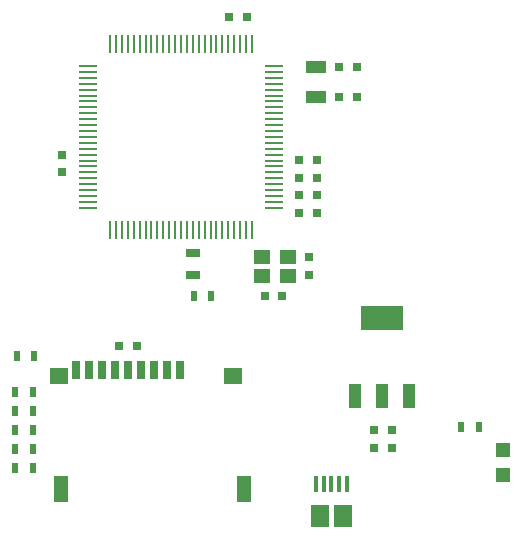
<source format=gtp>
G04 #@! TF.FileFunction,Paste,Top*
%FSLAX46Y46*%
G04 Gerber Fmt 4.6, Leading zero omitted, Abs format (unit mm)*
G04 Created by KiCad (PCBNEW 4.0.7) date 10/15/17 21:50:59*
%MOMM*%
%LPD*%
G01*
G04 APERTURE LIST*
%ADD10C,0.100000*%
%ADD11R,1.500000X0.280000*%
%ADD12R,0.280000X1.500000*%
%ADD13R,1.500000X1.900000*%
%ADD14R,0.400000X1.350000*%
%ADD15R,1.600000X1.400000*%
%ADD16R,0.700000X1.600000*%
%ADD17R,1.200000X2.200000*%
%ADD18R,0.800000X0.750000*%
%ADD19R,0.500000X0.900000*%
%ADD20R,1.300000X0.700000*%
%ADD21R,1.198880X1.198880*%
%ADD22R,0.750000X0.800000*%
%ADD23R,3.657600X2.032000*%
%ADD24R,1.016000X2.032000*%
%ADD25R,1.800000X1.000000*%
%ADD26R,1.400000X1.200000*%
G04 APERTURE END LIST*
D10*
D11*
X135672867Y-72461829D03*
X135672867Y-71961829D03*
X135672867Y-71461829D03*
X135672867Y-70961829D03*
X135672867Y-70461829D03*
X135672867Y-69961829D03*
X135672867Y-69461829D03*
X135672867Y-68961829D03*
X135672867Y-68461829D03*
X135672867Y-67961829D03*
X135672867Y-67461829D03*
X135672867Y-66961829D03*
X135672867Y-66461829D03*
X135672867Y-65961829D03*
X135672867Y-65461829D03*
X135672867Y-64961829D03*
X135672867Y-64461829D03*
X135672867Y-63961829D03*
X135672867Y-63461829D03*
X135672867Y-62961829D03*
X135672867Y-62461829D03*
X135672867Y-61961829D03*
X135672867Y-61461829D03*
X135672867Y-60961829D03*
X135672867Y-60461829D03*
D12*
X133772867Y-58561829D03*
X133272867Y-58561829D03*
X132772867Y-58561829D03*
X132272867Y-58561829D03*
X131772867Y-58561829D03*
X131272867Y-58561829D03*
X130772867Y-58561829D03*
X130272867Y-58561829D03*
X129772867Y-58561829D03*
X129272867Y-58561829D03*
X128772867Y-58561829D03*
X128272867Y-58561829D03*
X127772867Y-58561829D03*
X127272867Y-58561829D03*
X126772867Y-58561829D03*
X126272867Y-58561829D03*
X125772867Y-58561829D03*
X125272867Y-58561829D03*
X124772867Y-58561829D03*
X124272867Y-58561829D03*
X123772867Y-58561829D03*
X123272867Y-58561829D03*
X122772867Y-58561829D03*
X122272867Y-58561829D03*
X121772867Y-58561829D03*
D11*
X119872867Y-60461829D03*
X119872867Y-60961829D03*
X119872867Y-61461829D03*
X119872867Y-61961829D03*
X119872867Y-62461829D03*
X119872867Y-62961829D03*
X119872867Y-63461829D03*
X119872867Y-63961829D03*
X119872867Y-64461829D03*
X119872867Y-64961829D03*
X119872867Y-65461829D03*
X119872867Y-65961829D03*
X119872867Y-66461829D03*
X119872867Y-66961829D03*
X119872867Y-67461829D03*
X119872867Y-67961829D03*
X119872867Y-68461829D03*
X119872867Y-68961829D03*
X119872867Y-69461829D03*
X119872867Y-69961829D03*
X119872867Y-70461829D03*
X119872867Y-70961829D03*
X119872867Y-71461829D03*
X119872867Y-71961829D03*
X119872867Y-72461829D03*
D12*
X121772867Y-74361829D03*
X122272867Y-74361829D03*
X122772867Y-74361829D03*
X123272867Y-74361829D03*
X123772867Y-74361829D03*
X124272867Y-74361829D03*
X124772867Y-74361829D03*
X125272867Y-74361829D03*
X125772867Y-74361829D03*
X126272867Y-74361829D03*
X126772867Y-74361829D03*
X127272867Y-74361829D03*
X127772867Y-74361829D03*
X128272867Y-74361829D03*
X128772867Y-74361829D03*
X129272867Y-74361829D03*
X129772867Y-74361829D03*
X130272867Y-74361829D03*
X130772867Y-74361829D03*
X131272867Y-74361829D03*
X131772867Y-74361829D03*
X132272867Y-74361829D03*
X132772867Y-74361829D03*
X133272867Y-74361829D03*
X133772867Y-74361829D03*
D13*
X141500000Y-98550000D03*
D14*
X139850000Y-95850000D03*
X139200000Y-95850000D03*
X141800000Y-95850000D03*
X141150000Y-95850000D03*
X140500000Y-95850000D03*
D13*
X139500000Y-98550000D03*
D15*
X117400000Y-86700000D03*
D16*
X127700000Y-86200000D03*
X125500000Y-86200000D03*
X124400000Y-86200000D03*
X123300000Y-86200000D03*
X122200000Y-86200000D03*
X121100000Y-86200000D03*
X120000000Y-86200000D03*
D15*
X132200000Y-86700000D03*
D16*
X126600000Y-86200000D03*
X118900000Y-86200000D03*
D17*
X133100000Y-96300000D03*
X117600000Y-96300000D03*
D18*
X122550000Y-84200000D03*
X124050000Y-84200000D03*
D19*
X115350000Y-85000000D03*
X113850000Y-85000000D03*
X115250000Y-91300000D03*
X113750000Y-91300000D03*
X115250000Y-92900000D03*
X113750000Y-92900000D03*
X115250000Y-94500000D03*
X113750000Y-94500000D03*
X115250000Y-88100000D03*
X113750000Y-88100000D03*
X115250000Y-89700000D03*
X113750000Y-89700000D03*
X128850000Y-79900000D03*
X130350000Y-79900000D03*
X151500000Y-91000000D03*
X153000000Y-91000000D03*
D20*
X128792867Y-76271829D03*
X128792867Y-78171829D03*
D21*
X155000000Y-92950980D03*
X155000000Y-95049020D03*
D22*
X138600000Y-76650000D03*
X138600000Y-78150000D03*
D18*
X134850000Y-79900000D03*
X136350000Y-79900000D03*
X141142867Y-60521829D03*
X142642867Y-60521829D03*
X141142867Y-63121829D03*
X142642867Y-63121829D03*
X145650000Y-91300000D03*
X144150000Y-91300000D03*
X145650000Y-92800000D03*
X144150000Y-92800000D03*
D22*
X137792867Y-71371829D03*
X137792867Y-72871829D03*
X139292867Y-71371829D03*
X139292867Y-72871829D03*
X137800000Y-69950000D03*
X137800000Y-68450000D03*
X139300000Y-69950000D03*
X139300000Y-68450000D03*
X117692867Y-69471829D03*
X117692867Y-67971829D03*
D18*
X133342867Y-56321829D03*
X131842867Y-56321829D03*
D23*
X144780000Y-81788000D03*
D24*
X144780000Y-88392000D03*
X147066000Y-88392000D03*
X142494000Y-88392000D03*
D25*
X139192867Y-60571829D03*
X139192867Y-63071829D03*
D26*
X134600000Y-78200000D03*
X136800000Y-78200000D03*
X134600000Y-76600000D03*
X136800000Y-76600000D03*
M02*

</source>
